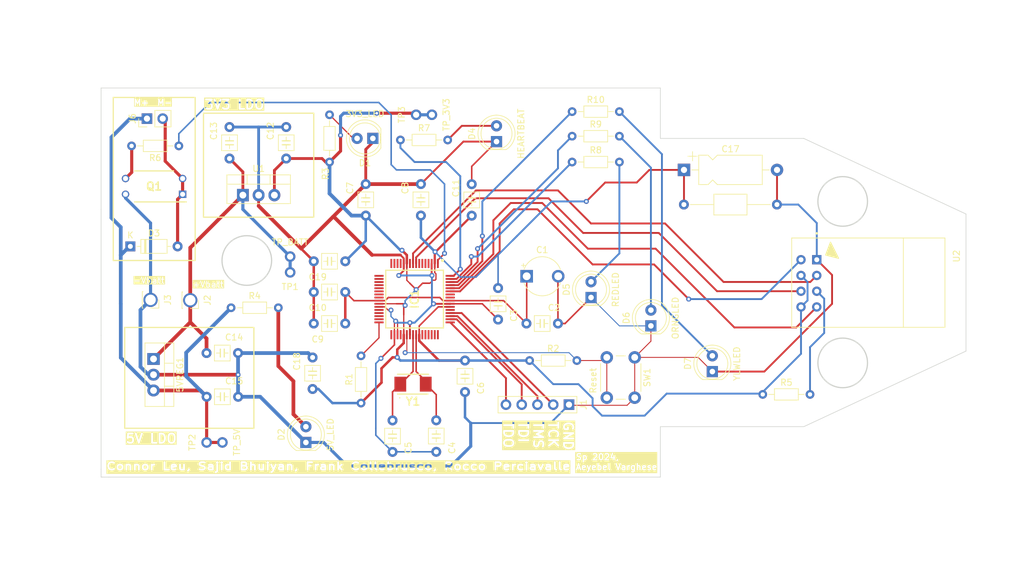
<source format=kicad_pcb>
(kicad_pcb (version 20240108) (generator "pcbnew") (generator_version "8.0")
  (title_block (title "ECE 445L Baseline Project") (date "2023-12-11") (rev "v1.0.0") (company "The University of Texas at Austin"))
  (layers (0 "F.Cu" signal) (31 "B.Cu" signal) (34 "B.Paste" user) (35 "F.Paste" user) (36 "B.SilkS" user "B.Silkscreen") (37 "F.SilkS" user "F.Silkscreen") (38 "B.Mask" user) (39 "F.Mask" user) (44 "Edge.Cuts" user))
  (net 0 "")
  (net 1 "GND")
  (net 2 "+3V3")
  (net 3 "/OSC1")
  (net 4 "/OSC2")
  (net 5 "Net-(D1-A)")
  (net 6 "Net-(D2-A)")
  (net 7 "Net-(D4-A)")
  (net 8 "Net-(D5-A)")
  (net 9 "/WIFI_TXD")
  (net 10 "/WIFI_RXD")
  (net 11 "Net-(D6-A)")
  (net 12 "Net-(D7-A)")
  (net 13 "PWM_OUT")
  (net 16 "/WIFI_IO2")
  (net 24 "+5V")
  (net 29 "/~{WIFI_RST}")
  (net 38 "Net-(IC1-~{WAKE})")
  (net 41 "/Reset")
  (net 48 "/TD0")
  (net 49 "/TDI")
  (net 50 "/TMS")
  (net 51 "/TCK")
  (net 55 "YELLOW")
  (net 56 "ORANGE")
  (net 57 "RED")
  (net 58 "Net-(IC1-PD3)")
  (net 59 "/BATTERYLINE")
  (net 60 "Net-(U2-IO0)")
  (net 61 "Net-(D3-A)")
  (net 62 "Net-(Q1-G)")
  (net 63 "/LDO")
  (footprint "ECE445L:R_Axial_DIN0204_L3.6mm_D1.6mm_P7.62mm_Horizontal" (layer "F.Cu") (at 239.776 118.872)
    (property "Reference" "R10")
    (property "Value" "1.6k")
  )
  (footprint "ECE445L:R_Axial_DIN0204_L3.6mm_D1.6mm_P7.62mm_Horizontal" (layer "F.Cu") (at 232.918 159.004)
    (property "Reference" "R2")
    (property "Value" "10k")
  )
  (footprint "ECE445L:C_Axial_200mil" (layer "F.Cu") (at 222.504 159.004 -90)
    (property "Reference" "C6")
    (property "Value" "1uF")
  )
  (footprint "ECE445L:SW_PUSH_6mm" (layer "F.Cu") (at 249.864 158.496 -90)
    (property "Reference" "SW1")
    (property "Value" "Reset")
  )
  (footprint "ECE445L:R_Axial_DIN0204_L3.6mm_D1.6mm_P7.62mm_Horizontal" (layer "F.Cu") (at 200.66 127 90)
    (property "Reference" "R3")
    (property "Value" "1.6k")
  )
  (footprint "ECE445L:C_Axial_200mil" (layer "F.Cu") (at 223.585 135.65225 90)
    (property "Reference" "C11")
    (property "Value" "0.01uF")
  )
  (footprint "ECE445L:C_Axial_200mil" (layer "F.Cu") (at 203.2 147.955 180)
    (property "Reference" "C10")
    (property "Value" "0.1uF")
  )
  (footprint "ECE445L:C_Axial_200mil" (layer "F.Cu") (at 180.83175 157.799)
    (property "Reference" "C14")
    (property "Value" "0.1u")
  )
  (footprint "ECE445L:C_Axial_200mil" (layer "F.Cu") (at 215.392 135.636 90)
    (property "Reference" "C8")
    (property "Value" "0.01uF")
  )
  (footprint "ECE445L:CP_Radial_Tantal200mil" (layer "F.Cu") (at 232.45 145.415)
    (property "Reference" "C1")
    (property "Value" "2.2uF")
  )
  (footprint "ECE445L:LED_D5.0mm" (layer "F.Cu") (at 252.476 153.416 90)
    (property "Reference" "D6")
    (property "Value" "ORNGLED")
  )
  (footprint "ECE445L:C_Axial_200mil" (layer "F.Cu") (at 210.82 168.656 -90)
    (property "Reference" "C5")
    (property "Value" "10pF C0G")
  )
  (footprint "ECE445L:PinHeader_1x05_P2.54mm_Vertical" (layer "F.Cu") (at 239.268 166.116 -90)
    (property "Reference" "J1")
    (property "Value" "JTAG HEADER")
  )
  (footprint "ECE445L:C_Axial_200mil" (layer "F.Cu") (at 180.848 164.846)
    (property "Reference" "C15")
    (property "Value" "10u")
  )
  (footprint "Connector_PinSocket_2.54mm:PinSocket_1x01_P2.54mm_Vertical" (layer "F.Cu") (at 178.2064 149.2758 -90)
    (property "Reference" "J2")
    (property "Value" "Conn_01x01")
  )
  (footprint "Capacitor_THT:CP_Axial_L10.0mm_D4.5mm_P15.00mm_Horizontal" (layer "F.Cu") (at 257.81 128.27)
    (property "Reference" "C17")
    (property "Value" "4.7uF")
  )
  (footprint "ECE445L:Testpoint_1x02_P2.54mm" (layer "F.Cu") (at 180.848 172.212 90)
    (property "Reference" "TP2")
    (property "Value" "TP_5V")
  )
  (footprint "Package_TO_SOT_THT:TO-220-3_Vertical" (layer "F.Cu") (at 172.283 158.75 -90)
    (property "Reference" "5VREG1")
    (property "Value" "LM7805_TO220")
  )
  (footprint "ECE445L:R_Axial_DIN0204_L3.6mm_D1.6mm_P7.62mm_Horizontal" (layer "F.Cu") (at 239.776 127)
    (property "Reference" "R8")
    (property "Value" "1.6k")
  )
  (footprint "ECE445L:R_Axial_DIN0204_L3.6mm_D1.6mm_P7.62mm_Horizontal" (layer "F.Cu") (at 239.776 122.834)
    (property "Reference" "R9")
    (property "Value" "1.6k")
  )
  (footprint "footprints:ai_thinker_ESP8266_01" (layer "F.Cu") (at 287.528 146.558 -90)
    (property "Reference" "U2")
    (property "Value" "ESP8266-01/ESP-01")
  )
  (footprint "ECE445L:R_Axial_DIN0204_L3.6mm_D1.6mm_P7.62mm_Horizontal" (layer "F.Cu") (at 176.365 124.4 180)
    (property "Reference" "R6")
    (property "Value" "100k")
  )
  (footprint "ECE445L:C_Axial_200mil" (layer "F.Cu") (at 217.867 168.63975 -90)
    (property "Reference" "C4")
    (property "Value" "10pF C0G")
  )
  (footprint "ECE445L:C_Axial_200mil" (layer "F.Cu") (at 227.838 147.32 -90)
    (property "Reference" "C3")
    (property "Value" "0.01uF")
  )
  (footprint "Connector_PinSocket_2.54mm:PinSocket_1x01_P2.54mm_Vertical" (layer "F.Cu") (at 171.8056 149.225 -90)
    (property "Reference" "J3")
    (property "Value" "Conn_01x01")
  )
  (footprint "ECE445L:R_Axial_DIN0204_L3.6mm_D1.6mm_P7.62mm_Horizontal" (layer "F.Cu") (at 212.09 123.444)
    (property "Reference" "R7")
    (property "Value" "1.6k")
  )
  (footprint "ECE445L:DIP920W60P254L490H457Q4N" (layer "F.Cu") (at 172.3706 130.93 180)
    (property "Reference" "Q1")
    (property "Value" "IRLD024PBF" (hide yes))
  )
  (footprint "ECE445L:C_Axial_200mil" (layer "F.Cu") (at 232.41 153.035)
    (property "Reference" "C2")
    (property "Value" "0.1uF")
  )
  (footprint "ECE445L:Testpoint_1x02_P2.54mm" (layer "F.Cu") (at 194.31 144.785 180)
    (property "Reference" "TP1")
    (property "Value" "TP_BATT")
  )
  (footprint "ECE445L:R_Axial_DIN0204_L3.6mm_D1.6mm_P7.62mm_Horizontal" (layer "F.Cu") (at 270.51 164.465)
    (property "Reference" "R5")
    (property "Value" "10k")
  )
  (footprint "ECE445L:R_Axial_DIN0204_L3.6mm_D1.6mm_P7.62mm_Horizontal" (layer "F.Cu") (at 205.74 165.862 90)
    (property "Reference" "R1")
    (property "Value" "1M")
  )
  (footprint "ECE445L:R_Axial_DIN0204_L3.6mm_D1.6mm_P7.62mm_Horizontal" (layer "F.Cu") (at 184.785 150.495)
    (property "Reference" "R4")
    (property "Value" "3.3k")
  )
  (footprint "ECE445L:C_Axial_200mil" (layer "F.Cu") (at 203.2 153.035 180)
    (property "Reference" "C9")
    (property "Value" "1uF")
  )
  (footprint "ECE445L:ABM3" (layer "F.Cu") (at 214.122 162.814)
    (property "Reference" "Y1")
    (property "Value" "ABM3-16.000MHZ-B2-T" (hide yes))
  )
  (footprint "ECE445L:LED_D5.0mm" (layer "F.Cu") (at 242.824 148.844 90)
    (property "Reference" "D5")
    (property "Value" "REDLED")
  )
  (footprint "ECE445L:C_Axial_200mil" (layer "F.Cu") (at 203.2 143.002 180)
    (property "Reference" "C19")
    (property "Value" ".1uF")
  )
  (footprint "ECE445L:QFP50P1200X1200X160-64N" (layer "F.Cu") (at 214.376 149.098 -90)
    (property "Reference" "IC1")
    (property "Value" "TM4C123GH6PMIR" (hide yes))
  )
  (footprint "ECE445L:Testpoint_1x02_P2.54mm" (layer "F.Cu") (at 214.625 119.38 90)
    (property "Reference" "TP3")
    (property "Value" "TP_3V3")
  )
  (footprint "ECE445L:C_Axial_200mil" (layer "F.Cu") (at 184.534 126.4365 90)
    (property "Reference" "C13")
    (property "Value" "0.1u")
  )
  (footprint "ECE445L:LED_D5.0mm" (layer "F.Cu") (at 207.645 123.19 180)
    (property "Reference" "D1")
    (property "Value" "3V3_LED")
  )
  (footprint "Diode_THT:D_DO-35_SOD27_P7.62mm_Horizontal" (layer "F.Cu") (at 168.545 140.6)
    (property "Reference" "D3")
    (property "Value" "1N914")
  )
  (footprint "ECE445L:LED_D5.0mm" (layer "F.Cu") (at 196.85 172.212 90)
    (property "Reference" "D2")
    (property "Value" "5V_LED")
  )
  (footprint "ECE445L:LED_D5.0mm" (layer "F.Cu") (at 262.382 160.782 90)
    (property "Reference" "D7")
    (property "Value" "YLWLED")
  )
  (footprint "Package_TO_SOT_THT:TO-220-3_Vertical" (layer "F.Cu") (at 186.69 132.334)
    (property "Reference" "U1")
    (property "Value" "LM2937xT")
  )
  (footprint "Capacitor_THT:C_Axial_L5.1mm_D3.1mm_P15.00mm_Horizontal" (layer "F.Cu") (at 257.796 133.858)
    (property "Reference" "C16" (hide yes))
    (property "Value" "100nF")
  )
  (footprint "ECE445L:C_Axial_200mil" (layer "F.Cu") (at 193.678 126.4365 90)
    (property "Reference" "C12")
    (property "Value" "10u")
  )
  (footprint "ECE445L:PinHeader_1x02_P2.54mm_Vertical" (layer "F.Cu") (at 171.225 120 90)
    (property "Reference" "J6")
    (property "Value" "MotorOut" (hide yes))
  )
  (footprint "ECE445L:LED_D5.0mm" (layer "F.Cu") (at 227.584 123.703 90)
    (property "Reference" "D4")
    (property "Value" "HEARTBEAT")
  )
  (footprint "ECE445L:C_Axial_200mil" (layer "F.Cu") (at 197.931 163.59225 90)
    (property "Reference" "C18")
    (property "Value" "0.01uF")
  )
  (footprint "ECE445L:C_Axial_200mil" (layer "F.Cu") (at 206.502 135.636 90)
    (property "Reference" "C7")
    (property "Value" "0.1uF")
  )
  (gr_rect (start 180.34 119.126) (end 198.12 135.89) (stroke (width 0.2)) (fill none) (layer "F.SilkS"))
  (gr_poly (pts (xy 280.67 141.986) (xy 281.432 139.954) (xy 282.702 142.494)) (stroke (width 0.2)) (fill solid) (layer "F.SilkS"))
  (gr_rect (start 165.792 116.586) (end 179 142.875) (stroke (width 0.2)) (fill none) (layer "F.SilkS"))
  (gr_rect (start 167.64 153.67) (end 188.468 169.926) (stroke (width 0.2)) (fill none) (layer "F.SilkS"))
  (gr_line (start 163.83 134.62) (end 163.83 154.94) (stroke (width 0.1)) (layer "Edge.Cuts"))
  (gr_line (start 163.83 115.062) (end 254 115.062) (stroke (width 0.1)) (layer "Edge.Cuts"))
  (gr_line (start 303.276 135.382) (end 277.114 123.19) (stroke (width 0.1)) (layer "Edge.Cuts"))
  (gr_circle (center 187.325 142.875) (end 191.325 142.875) (stroke (width 0.2)) (fill none) (layer "Edge.Cuts"))
  (gr_line (start 254 123.19) (end 277.114 123.19) (stroke (width 0.1)) (layer "Edge.Cuts"))
  (gr_line (start 163.83 177.8) (end 164.01 177.8) (stroke (width 0.1)) (layer "Edge.Cuts"))
  (gr_line (start 277.114 169.672) (end 303.276 157.48) (stroke (width 0.1)) (layer "Edge.Cuts"))
  (gr_line (start 163.83 176.53) (end 163.83 177.8) (stroke (width 0.1)) (layer "Edge.Cuts"))
  (gr_circle (center 283.4 133.35) (end 287.4 133.35) (stroke (width 0.2)) (fill none) (layer "Edge.Cuts"))
  (gr_line (start 254 169.672) (end 277.114 169.672) (stroke (width 0.1)) (layer "Edge.Cuts"))
  (gr_line (start 254 169.672) (end 254 177.8) (stroke (width 0.1)) (layer "Edge.Cuts"))
  (gr_line (start 163.83 134.62) (end 163.83 115.062) (stroke (width 0.1)) (layer "Edge.Cuts"))
  (gr_line (start 303.276 135.382) (end 303.276 157.48) (stroke (width 0.1)) (layer "Edge.Cuts"))
  (gr_line (start 254 177.8) (end 165.1 177.8) (stroke (width 0.1)) (layer "Edge.Cuts"))
  (gr_line (start 165.1 177.8) (end 164.01 177.8) (stroke (width 0.1)) (layer "Edge.Cuts"))
  (gr_circle (center 283.4 159.385) (end 287.4 159.385) (stroke (width 0.2)) (fill none) (layer "Edge.Cuts"))
  (gr_line (start 163.83 154.94) (end 163.83 176.53) (stroke (width 0.1)) (layer "Edge.Cuts"))
  (gr_line (start 254 123.19) (end 254 115.062) (stroke (width 0.1)) (layer "Edge.Cuts"))
  (gr_text "Connor Leu, Sajid Bhuiyan, Frank Collebrusco, Rocco Perciavalle" (at 164.5 176.75 0) (layer "F.SilkS" knockout) (effects (font (size 1.2 1.5) (thickness 0.3) (bold yes)) (justify left bottom)))
  (gr_text "+Vbatt" (at 178.435 147.32 0) (layer "F.SilkS" knockout) (effects (font (size 1 1)) (justify left bottom)))
  (gr_text "5V LDO" (at 167.64 172.466 0) (layer "F.SilkS" knockout) (effects (font (size 1.5 1.5) (thickness 0.3) (bold yes)) (justify left bottom)))
  (gr_text "GND\nTCK\nTMS\nTDI\nTDO" (at 228.6 168.656 -90) (layer "F.SilkS" knockout) (effects (font (size 1.5 1.5) (thickness 0.3) (bold yes)) (justify left bottom)))
  (gr_text "Sp 2024,\nAeyebel Varghese" (at 240.25 176.75 0) (layer "F.SilkS" knockout) (effects (font (size 1 1) (thickness 0.2) (bold yes)) (justify left bottom)))
  (gr_text "-Vbatt" (at 168.91 146.685 0) (layer "F.SilkS" knockout) (effects (font (size 1 1)) (justify left bottom)))
  (gr_text "M+	M-" (at 169 118 0) (layer "F.SilkS" knockout) (effects (font (size 1 1) (thickness 0.2) (bold yes)) (justify left bottom)))
  (gr_text "3V3 LDO" (at 180.34 118.618 0) (layer "F.SilkS" knockout) (effects (font (size 1.5 1.5) (thickness 0.3) (bold yes)) (justify left bottom)))
  (segment (start 227.584 123.703) (end 222.245 123.703) (width 0.3) (layer "F.Cu") (net 1))
  (segment (start 217.126 145.244) (end 217.17 145.288) (width 0.3) (layer "F.Cu") (net 1))
  (segment (start 211.126 152.856) (end 211.126 154.836) (width 0.2) (layer "F.Cu") (net 1))
  (segment (start 209.5755 150.348) (end 208.638 150.348) (width 0.2) (layer "F.Cu") (net 1))
  (segment (start 212.626 143.36) (end 212.626 142.522) (width 0.3) (layer "F.Cu") (net 1))
  (segment (start 217.424 149.86) (end 220.102 149.86) (width 0.3) (layer "F.Cu") (net 1))
  (segment (start 237.49 153.035) (end 237.49 145.455) (width 0.25) (layer "F.Cu") (net 1))
  (segment (start 249.864 164.996) (end 248.639 166.221) (width 0.15) (layer "F.Cu") (net 1))
  (segment (start 212.626 142.522) (end 212.09 141.986) (width 0.3) (layer "F.Cu") (net 1))
  (segment (start 208.95 158.65) (end 211.126 156.474) (width 0.25) (layer "F.Cu") (net 1))
  (segment (start 227.838 152.4) (end 225.286 149.848) (width 0.25) (layer "F.Cu") (net 1))
  (segment (start 207.518 141.986) (end 201.417 135.885) (width 0.6) (layer "F.Cu") (net 1))
  (segment (start 220.102 149.86) (end 220.114 149.848) (width 0.3) (layer "F.Cu") (net 1))
  (segment (start 198.12 143.002) (end 198.12 153.035) (width 0.4) (layer "F.Cu") (net 1))
  (segment (start 196.10425 140.95375) (end 196.10425 140.98625) (width 0.4) (layer "F.Cu") (net 1))
  (segment (start 237.49 145.455) (end 237.53 145.415) (width 0.25) (layer "F.Cu") (net 1))
  (segment (start 172.283 161.29) (end 185.91175 161.29) (width 0.6) (layer "F.Cu") (net 1))
  (segment (start 189.23 132.334) (end 189.23 134.0795) (width 0.45) (layer "F.Cu") (net 1))
  (segment (start 225.286 149.848) (end 220.114 149.848) (width 0.25) (layer "F.Cu") (net 1))
  (segment (start 189.23 134.0795) (end 196.10425 140.95375) (width 0.6) (layer "F.Cu") (net 1))
  (segment (start 206.502 130.556) (end 215.392 130.556) (width 0.6) (layer "F.Cu") (net 1))
  (segment (start 248.639 166.221) (end 239.373 166.221) (width 0.15) (layer "F.Cu") (net 1))
  (segment (start 211.126 156.474) (end 211.126 154.836) (width 0.25) (layer "F.Cu") (net 1))
  (segment (start 272.81 133.844) (end 272.796 133.858) (width 0.3) (layer "F.Cu") (net 1))
  (segment (start 211.626 152.952) (end 211.626 154.836) (width 0.2) (layer "F.Cu") (net 1))
  (segment (start 223.585 127.702) (end 227.584 123.703) (width 0.25) (layer "F.Cu") (net 1))
  (segment (start 239.373 166.221) (end 239.268 166.116) (width 0.15) (layer "F.Cu") (net 1))
  (segment (start 223.585 130.57225) (end 223.585 127.702) (width 0.25) (layer "F.Cu") (net 1))
  (segment (start 262.382 160.782) (end 270.764 160.782) (width 0.3) (layer "F.Cu") (net 1))
  (segment (start 249.864 158.496) (end 249.864 164.996) (width 0.15) (layer "F.Cu") (net 1))
  (segment (start 217.126 143.36) (end 217.126 145.244) (width 0.3) (layer "F.Cu") (net 1))
  (segment (start 237.49 153.035) (end 238.633 153.035) (width 0.25) (layer "F.Cu") (net 1))
  (segment (start 207.645 123.19) (end 207.645 123.825) (width 0.45) (layer "F.Cu") (net 1))
  (segment (start 238.633 153.035) (end 242.824 148.844) (width 0.25) (layer "F.Cu") (net 1))
  (segment (start 270.764 160.782) (end 281.686 149.86) (width 0.3) (layer "F.Cu") (net 1))
  (segment (start 281.686 145.216) (end 279.218 142.748) (width 0.3) (layer "F.Cu") (net 1))
  (segment (start 212.626 143.36) (end 212.626 144.498) (width 0.3) (layer "F.Cu") (net 1))
  (segment (start 211.328 152.654) (end 211.626 152.952) (width 0.2) (layer "F.Cu") (net 1))
  (segment (start 211.328 152.654) (end 211.126 152.856) (width 0.2) (layer "F.Cu") (net 1))
  (segment (start 210.1035 150.876) (end 209.5755 150.348) (width 0.2) (layer "F.Cu") (net 1))
  (segment (start 196.10425 140.98625) (end 198.12 143.002) (width 0.4) (layer "F.Cu") (net 1))
  (segment (start 201.173 135.885) (end 206.502 130.556) (width 0.6) (layer "F.Cu") (net 1))
  (segment (start 252.476 155.884) (end 252.476 153.416) (width 0.15) (layer "F.Cu") (net 1))
  (segment (start 213.614 152.908) (end 213.614 154.824) (width 0.3) (layer "F.Cu") (net 1))
  (segment (start 207.645 123.825) (end 206.502 124.968) (width 0.45) (layer "F.Cu") (net 1))
  (segment (start 213.614 154.824) (end 213.626 154.836) (width 0.3) (layer "F.Cu") (net 1))
  (segment (start 196.10425 140.95375) (end 201.173 135.885) (width 0.6) (layer "F.Cu") (net 1))
  (segment (start 212.09 141.986) (end 207.518 141.986) (width 0.45) (layer "F.Cu") (net 1))
  (segment (start 212.626 144.498) (end 211.836 145.288) (width 0.3) (layer "F.Cu") (net 1))
  (segment (start 249.864 158.496) (end 252.476 155.884) (width 0.15) (layer "F.Cu") (net 1))
  (segment (start 206.502 124.968) (end 206.502 130.556) (width 0.45) (layer "F.Cu") (net 1))
  (segment (start 210.566 150.876) (end 210.1035 150.876) (width 0.2) (layer "F.Cu") (net 1))
  (segment (start 272.81 128.27) (end 272.81 133.844) (width 0.3) (layer "F.Cu") (net 1))
  (segment (start 249.864 158.496) (end 260.096 158.496) (width 0.15) (layer "F.Cu") (net 1))
  (segment (start 260.096 158.496) (end 262.382 160.782) (width 0.15) (layer "F.Cu") (net 1))
  (segment (start 281.686 149.86) (end 281.686 145.216) (width 0.3) (layer "F.Cu") (net 1))
  (segment (start 222.245 123.703) (end 215.392 130.556) (width 0.3) (layer "F.Cu") (net 1))
  (via (at 211.836 145.288) (size 0.8) (drill 0.4) (layers "F.Cu" "B.Cu") (net 1))
  (via (at 210.566 150.876) (size 0.8) (drill 0.4) (layers "F.Cu" "B.Cu") (net 1))
  (via (at 211.328 152.654) (size 0.8) (drill 0.4) (layers "F.Cu" "B.Cu") (net 1))
  (via (at 217.17 145.288) (size 0.8) (drill 0.4) (layers "F.Cu" "B.Cu") (net 1))
  (via (at 185.91175 161.29) (size 0.8) (drill 0.4) (layers "F.Cu" "B.Cu") (net 1))
  (via (at 208.95 158.65) (size 0.8) (drill 0.4) (layers "F.Cu" "B.Cu") (net 1))
  (via (at 217.424 149.86) (size 0.8) (drill 0.4) (layers "F.Cu" "B.Cu") (net 1))
  (via (at 213.614 152.908) (size 0.8) (drill 0.4) (layers "F.Cu" "B.Cu") (net 1))
  (segment (start 185.928 164.846) (end 189.484 164.846) (width 0.6) (layer "B.Cu") (net 1))
  (segment (start 189.23 121.3565) (end 184.534 121.3565) (width 0.45) (layer "B.Cu") (net 1))
  (segment (start 210.82 173.736) (end 208.125 171.041) (width 0.25) (layer "B.Cu") (net 1))
  (segment (start 189.484 164.846) (end 196.85 172.212) (width 0.6) (layer "B.Cu") (net 1))
  (segment (start 171.45 161.29) (end 172.283 161.29) (width 0.45) (layer "B.Cu") (net 1))
  (segment (start 185.91175 157.799) (end 197.21775 157.799) (width 0.6) (layer "B.Cu") (net 1))
  (segment (start 214.376 152.908) (end 214.122 152.908) (width 0.3) (layer "B.Cu") (net 1))
  (segment (start 236.30125 169.08275) (end 239.268 166.116) (width 0.3) (layer "B.Cu") (net 1))
  (segment (start 208.125 169.925) (end 208.125 159.475) (width 0.25) (layer "B.Cu") (net 1))
  (segment (start 193.678 121.3565) (end 189.23 121.3565) (width 0.45) (layer "B.Cu") (net 1))
  (segment (start 214.122 152.908) (end 211.582 152.908) (width 0.3) (layer "B.Cu") (net 1))
  (segment (start 247.396 153.416) (end 242.824 148.844) (width 0.15) (layer "B.Cu") (net 1))
  (segment (start 170.18 160.02) (end 171.45 161.29) (width 0.6) (layer "B.Cu") (net 1))
  (segment (start 196.342 172.72) (end 196.85 172.212) (width 0.6) (layer "B.Cu") (net 1))
  (segment (start 222.504 168.16175) (end 222.504 164.084) (width 0.4) (layer "B.Cu") (net 1))
  (segment (start 217.17 145.288) (end 217.17 149.606) (width 0.3) (layer "B.Cu") (net 1))
  (segment (start 197.21775 157.799) (end 197.931 158.51225) (width 0.6) (layer "B.Cu") (net 1))
  (segment (start 189.23 132.334) (end 189.23 121.3565) (width 0.45) (layer "B.Cu") (net 1))
  (segment (start 210.566 151.892) (end 210.566 150.876) (width 0.2) (layer "B.Cu") (net 1))
  (segment (start 223.425 169.08275) (end 236.30125 169.08275) (width 0.3) (layer "B.Cu") (net 1))
  (segment (start 217.424 149.86) (end 214.376 152.908) (width 0.3) (layer "B.Cu") (net 1))
  (segment (start 171.8056 149.225) (end 171.704 149.1234) (width 0.6) (layer "B.Cu") (net 1))
  (segment (start 211.328 152.654) (end 210.566 151.892) (width 0.2) (layer "B.Cu") (net 1))
  (segment (start 210.83625 173.71975) (end 210.82 173.736) (width 0.25) (layer "B.Cu") (net 1))
  (segment (start 167.7686 132.2) (end 167.7686 132.8036) (width 0.5) (layer "B.Cu") (net 1))
  (segment (start 203.5 176) (end 220.25 176) (width 0.5) (layer "B.Cu") (net 1))
  (segment (start 217.867 173.71975) (end 210.83625 173.71975) (width 0.25) (layer "B.Cu") (net 1))
  (segment (start 171.8056 149.225) (end 170.18 150.8506) (width 0.6) (layer "B.Cu") (net 1))
  (segment (start 211.582 152.908) (end 211.328 152.654) (width 0.3) (layer "B.Cu") (net 1))
  (segment (start 185.91175 157.799) (end 185.91175 161.29) (width 0.6) (layer "B.Cu") (net 1))
  (segment (start 279.218 142.748) (end 279.218 136.834) (width 0.3) (layer "B.Cu") (net 1))
  (segment (start 223.425 169.08275) (end 222.504 168.16175) (width 0.4) (layer "B.Cu") (net 1))
  (segment (start 208.125 171.041) (end 208.125 169.925) (width 0.25) (layer "B.Cu") (net 1))
  (segment (start 196.85 172.212) (end 199.712 172.212) (width 0.5) (layer "B.Cu") (net 1))
  (segment (start 272.796 133.858) (end 276.242 133.858) (width 0.3) (layer "B.Cu") (net 1))
  (segment (start 217.85075 173.736) (end 217.867 173.71975) (width 0.4) (layer "B.Cu") (net 1))
  (segment (start 220.25 176) (end 223.425 172.825) (width 0.5) (layer "B.Cu") (net 1))
  (segment (start 170.18 150.8506) (end 170.18 160.02) (width 0.6) (layer "B.Cu") (net 1))
  (segment (start 214.122 152.908) (end 213.614 152.908) (width 0.3) (layer "B.Cu") (net 1))
  (segment (start 252.476 153.416) (end 247.396 153.416) (width 0.15) (layer "B.Cu") (net 1))
  (segment (start 211.836 145.288) (end 217.17 145.288) (width 0.3) (layer "B.Cu") (net 1))
  (segment (start 199.712 172.212) (end 203.5 176) (width 0.5) (layer "B.Cu") (net 1))
  (segment (start 171.8056 136.8406) (end 171.8056 149.225) (width 0.5) (layer "B.Cu") (net 1))
  (segment (start 185.91175 161.29) (end 185.91175 164.82975) (width 0.6) (layer "B.Cu") (net 1))
  (segment (start 208.125 159.475) (end 208.95 158.65) (width 0.25) (layer "B.Cu") (net 1))
  (segment (start 185.91175 164.82975) (end 185.928 164.846) (width 0.6) (layer "B.Cu") (net 1))
  (segment (start 167.7686 132.8036) (end 171.8056 136.8406) (width 0.5) (layer "B.Cu") (net 1))
  (segment (start 223.425 172.825) (end 223.425 169.08275) (width 0.5) (layer "B.Cu") (net 1))
  (segment (start 276.242 133.858) (end 279.218 136.834) (width 0.3) (layer "B.Cu") (net 1))
  (segment (start 217.17 149.606) (end 217.424 149.86) (width 0.3) (layer "B.Cu") (net 1))
  (segment (start 215.126 155.8235) (end 215.126 154.836) (width 0.4) (layer "F.Cu") (net 2))
  (segment (start 222.504 159.004) (end 218.3065 159.004) (width 0.4) (layer "F.Cu") (net 2))
  (segment (start 217.678 141.478) (end 217.626 141.53) (width 0.35) (layer "F.Cu") (net 2))
  (segment (start 220.114 150.348) (end 218.194 150.348) (width 0.25) (layer "F.Cu") (net 2))
  (segment (start 217.678 146.05) (end 217.82 145.908) (width 0.2) (layer "F.Cu") (net 2))
  (segment (start 209.042 162.56) (end 209.042 160.274) (width 0.4) (layer "F.Cu") (net 2))
  (segment (start 217.327239 146.05) (end 217.678 146.05) (width 0.2) (layer "F.Cu") (net 2))
  (segment (start 213.126 145.542) (end 213.126 143.36) (width 0.2) (layer "F.Cu") (net 2))
  (segment (start 213.126 146.07) (end 213.126 145.542) (width 0.2) (layer "F.Cu") (net 2))
  (segment (start 202.438 125.222) (end 202.438 122.682) (width 0.5) (layer "F.Cu") (net 2))
  (segment (start 245.11 130.302) (end 242.062 133.35) (width 0.3) (layer "F.Cu") (net 2))
  (segment (start 208.638 149.848) (end 211.467 149.848) (width 0.2) (layer "F.Cu") (net 2))
  (segment (start 213.594 146.538) (end 214.63 147.574) (width 0.25) (layer "F.Cu") (net 2))
  (segment (start 215.126 154.836) (end 215.126 153.416) (width 0.25) (layer "F.Cu") (net 2))
  (segment (start 216.839239 146.538) (end 217.327239 146.05) (width 0.2) (layer "F.Cu") (net 2))
  (segment (start 212.626 154.836) (end 212.626 151.598) (width 0.2) (layer "F.Cu") (net 2))
  (segment (start 210.82 158.496) (end 211.582 158.496) (width 0.4) (layer "F.Cu") (net 2))
  (segment (start 200.025 127) (end 199.4615 126.4365) (width 0.45) (layer "F.Cu") (net 2))
  (segment (start 212.626 150.34) (end 212.852 150.114) (width 0.25) (layer "F.Cu") (net 2))
  (segment (start 215.666 146.538) (end 216.839239 146.538) (width 0.25) (layer "F.Cu") (net 2))
  (segment (start 212.626 151.598) (end 212.626 150.34) (width 0.25) (layer "F.Cu") (net 2))
  (segment (start 199.4615 126.4365) (end 193.678 126.4365) (width 0.45) (layer "F.Cu") (net 2))
  (segment (start 257.81 133.844) (end 257.796 133.858) (width 0.3) (layer "F.Cu") (net 2))
  (segment (start 211.582 157.226) (end 212.626 156.182) (width 0.4) (layer "F.Cu") (net 2))
  (segment (start 209.042 160.274) (end 210.82 158.496) (width 0.4) (layer "F.Cu") (net 2))
  (segment (start 217.82 145.908) (end 217.82 145.018761) (width 0.2) (layer "F.Cu") (net 2))
  (segment (start 250.19 130.302) (end 245.11 130.302) (width 0.3) (layer "F.Cu") (net 2))
  (segment (start 205.74 165.862) (end 209.042 162.56) (width 0.4) (layer "F.Cu") (net 2))
  (segment (start 214.63 147.574) (end 215.666 146.538) (width 0.25) (layer "F.Cu") (net 2))
  (segment (start 217.82 145.018761) (end 217.626 144.824761) (width 0.2) (layer "F.Cu") (net 2))
  (segment (start 218.194 150.348) (end 215.126 153.416) (width 0.25) (layer "F.Cu") (net 2))
  (segment (start 211.467 149.848) (end 212.586 149.848) (width 0.25) (layer "F.Cu") (net 2))
  (segment (start 191.77 132.334) (end 191.77 128.3445) (width 0.45) (layer "F.Cu") (net 2))
  (segment (start 211.582 158.496) (end 211.582 157.226) (width 0.4) (layer "F.Cu") (net 2))
  (segment (start 200.66 127) (end 202.438 125.222) (width 0.5) (layer "F.Cu") (net 2))
  (segment (start 218.3065 159.004) (end 215.126 155.8235) (width 0.4) (layer "F.Cu") (net 2))
  (segment (start 212.586 149.848) (end 212.852 150.114) (width 0.25) (layer "F.Cu") (net 2))
  (segment (start 208.28 119.126) (end 214.371 119.126) (width 0.5) (layer "F.Cu") (net 2))
  (segment (start 223.585 135.65225) (end 217.75925 141.478) (width 0.35) (layer "F.Cu") (net 2))
  (segment (start 257.81 128.27) (end 257.81 133.844) (width 0.3) (layer "F.Cu") (net 2))
  (segment (start 252.222 128.27) (end 250.19 130.302) (width 0.3) (layer "F.Cu") (net 2))
  (segment (start 212.626 156.182) (end 212.626 154.836) (width 0.4) (layer "F.Cu") (net 2))
  (segment (start 213.594 146.538) (end 213.126 146.07) (width 0.2) (layer "F.Cu") (net 2))
  (segment (start 213.126 143.36) (end 213.126 142.006) (width 0.4) (layer "F.Cu") (net 2))
  (segment (start 217.75925 141.478) (end 217.678 141.478) (width 0.25) (layer "F.Cu") (net 2))
  (segment (start 191.77 128.3445) (end 193.678 126.4365) (width 0.45) (layer "F.Cu") (net 2))
  (segment (start 213.126 142.006) (end 212.344 141.224) (width 0.4) (layer "F.Cu") (net 2))
  (segment (start 217.626 144.824761) (end 217.626 143.36) (width 0.2) (layer "F.Cu") (net 2))
  (segment (start 217.626 141.53) (end 217.626 143.36) (width 0.35) (layer "F.Cu") (net 2))
  (segment (start 257.81 128.27) (end 252.222 128.27) (width 0.3) (layer "F.Cu") (net 2))
  (segment (start 200.66 127) (end 200.025 127) (width 0.45) (layer "F.Cu") (net 2))
  (segment (start 214.371 119.126) (end 214.625 119.38) (width 0.5) (layer "F.Cu") (net 2))
  (via (at 217.678 141.478) (size 0.8) (drill 0.4) (layers "F.Cu" "B.Cu") (net 2))
  (via (at 211.582 158.496) (size 0.8) (drill 0.4) (layers "F.Cu" "B.Cu") (net 2))
  (via (at 202.438 122.682) (size 0.8) (drill 0.4) (layers "F.Cu" "B.Cu") (net 2))
  (via (at 212.852 150.114) (size 0.8) (drill 0.4) (layers "F.Cu" "B.Cu") (net 2))
  (via (at 208.28 119.126) (size 0.8) (drill 0.4) (layers "F.Cu" "B.Cu") (net 2))
  (via (at 212.344 141.224) (size 0.8) (drill 0.4) (layers "F.Cu" "B.Cu") (net 2))
  (via (at 242.062 133.35) (size 0.8) (drill 0.4) (layers "F.Cu" "B.Cu") (net 2))
  (via (at 214.63 147.574) (size 0.8) (drill 0.4) (layers "F.Cu" "B.Cu") (net 2))
  (segment (start 205.74 165.862) (end 201.1355 165.862) (width 0.4) (layer "B.Cu") (net 2))
  (segment (start 212.09 141.224) (end 206.502 135.636) (width 0.4) (layer "B.Cu") (net 2))
  (segment (start 224.86825 144.95575) (end 224.282 145.542) (width 0.25) (layer "B.Cu") (net 2))
  (segment (start 224.86825 144.947) (end 224.86825 144.95575) (width 0.25) (layer "B.Cu") (net 2))
  (segment (start 202.438 122.682) (end 202.438 119.634) (width 0.5) (layer "B.Cu") (net 2))
  (segment (start 211.582 158.496) (end 212.09 159.004) (width 0.4) (layer "B.Cu") (net 2))
  (segment (start 244.602 167.894) (end 243.078 166.37) (width 0.3) (layer "B.Cu") (net 2))
  (segment (start 221.742 145.542) (end 217.678 141.478) (width 0.25) (layer "B.Cu") (net 2))
  (segment (start 277.728 149.318) (end 276.678 150.368) (width 0.3) (layer "B.Cu") (net 2))
  (segment (start 198.86575 163.59225) (end 197.931 163.59225) (width 0.4) (layer "B.Cu") (net 2))
  (segment (start 227.838 141.97725) (end 230.881625 138.933625) (width 0.25) (layer "B.Cu") (net 2))
  (segment (start 215.392 139.192) (end 217.678 141.478) (width 0.4) (layer "B.Cu") (net 2))
  (segment (start 240.792 162.814) (end 236.728 162.814) (width 0.3) (layer "B.Cu") (net 2))
  (segment (start 212.344 141.224) (end 212.09 141.224) (width 0.4) (layer "B.Cu") (net 2))
  (segment (start 230.18025 139.635) (end 224.86825 144.947) (width 0.25) (layer "B.Cu") (net 2))
  (segment (start 214.625 119.38) (end 217.165 119.38) (width 0.5) (layer "B.Cu") (net 2))
  (segment (start 212.852 149.352) (end 214.63 147.574) (width 0.25) (layer "B.Cu") (net 2))
  (segment (start 227.838 147.32) (end 227.838 141.97725) (width 0.25) (layer "B.Cu") (net 2))
  (segment (start 270.383 164.338) (end 255.016 164.338) (width 0.3) (layer "B.Cu") (net 2))
  (segment (start 224.282 145.542) (end 221.742 145.542) (width 0.25) (layer "B.Cu") (net 2))
  (segment (start 251.46 167.894) (end 244.602 167.894) (width 0.3) (layer "B.Cu") (net 2))
  (segment (start 212.09 159.004) (end 232.918 159.004) (width 0.4) (layer "B.Cu") (net 2))
  (segment (start 243.078 166.37) (end 243.078 165.1) (width 0.3) (layer "B.Cu") (net 2))
  (segment (start 270.51 164.465) (end 270.383 164.338) (width 0.3) (layer "B.Cu") (net 2))
  (segment (start 215.392 135.636) (end 215.392 139.192) (width 0.4) (layer "B.Cu") (net 2))
  (segment (start 270.51 164.084) (end 270.51 164.465) (width 0.3) (layer "B.Cu") (net 2))
  (segment (start 204.216 135.636) (end 200.66 132.08) (width 0.6) (layer "B.Cu") (net 2))
  (segment (start 236.46525 133.35) (end 230.881625 138.933625) (width 0.3) (layer "B.Cu") (net 2))
  (segment (start 200.66 132.08) (end 200.66 127) (width 0.6) (layer "B.Cu") (net 2))
  (segment (start 276.678 150.368) (end 276.678 157.916) (width 0.3) (layer "B.Cu") (net 2))
  (segment (start 230.881625 138.933625) (end 230.18025 139.635) (width 0.3) (layer "B.Cu") (net 2))
  (segment (start 206.502 135.636) (end 206.502 139.7) (width 0.4) (layer "B.Cu") (net 2))
  (segment (start 276.678 157.916) (end 270.51 164.084) (width 0.3) (layer "B.Cu") (net 2))
  (segment (start 255.016 164.338) (end 251.46 167.894) (width 0.3) (layer "B.Cu") (net 2))
  (segment (start 206.502 135.636) (end 204.216 135.636) (width 0.6) (layer "B.Cu") (net 2))
  (segment (start 202.438 119.634) (end 202.946 119.126) (width 0.5) (layer "B.Cu") (net 2))
  (segment (start 242.062 133.35) (end 236.46525 133.35) (width 0.3) (layer "B.Cu") (net 2))
  (segment (start 212.852 150.114) (end 212.852 149.352) (width 0.25) (layer "B.Cu") (net 2))
  (segment (start 236.728 162.814) (end 232.918 159.004) (width 0.3) (layer "B.Cu") (net 2))
  (segment (start 276.678 145.288) (end 277.728 146.338) (width 0.3) (layer "B.Cu") (net 2))
  (segment (start 277.728 146.338) (end 277.728 149.318) (width 0.3) (layer "B.Cu") (net 2))
  (segment (start 201.1355 165.862) (end 198.86575 163.59225) (width 0.4) (layer "B.Cu") (net 2))
  (segment (start 243.078 165.1) (end 240.792 162.814) (width 0.3) (layer "B.Cu") (net 2))
  (segment (start 202.946 119.126) (end 208.28 119.126) (width 0.5) (layer "B.Cu") (net 2))
  (segment (start 206.502 139.7) (end 203.2 143.002) (width 0.4) (layer "B.Cu") (net 2))
  (segment (start 216.172 162.814) (end 216.172 162.324) (width 0.25) (layer "F.Cu") (net 3))
  (segment (start 216.172 162.324) (end 214.626 160.778) (width 0.25) (layer "F.Cu") (net 3))
  (segment (start 214.626 160.778) (end 214.626 154.836) (width 0.25) (layer "F.Cu") (net 3))
  (segment (start 217.867 168.63975) (end 217.867 164.509) (width 0.25) (layer "F.Cu") (net 3))
  (segment (start 217.867 164.509) (end 216.172 162.814) (width 0.25) (layer "F.Cu") (net 3))
  (segment (start 214.126 160.76) (end 214.126 154.836) (width 0.25) (layer "F.Cu") (net 4))
  (segment (start 212.072 162.814) (end 214.126 160.76) (width 0.25) (layer "F.Cu") (net 4))
  (segment (start 210.82 168.656) (end 210.82 164.066) (width 0.25) (layer "F.Cu") (net 4))
  (segment (start 210.82 164.066) (end 212.072 162.814) (width 0.25) (layer "F.Cu") (net 4))
  (segment (start 200.66 119.38) (end 204.47 123.19) (width 0.2) (layer "F.Cu") (net 5))
  (segment (start 204.47 123.19) (end 205.105 123.19) (width 0.2) (layer "F.Cu") (net 5))
  (segment (start 194.838 167.66) (end 196.85 169.672) (width 0.6) (layer "F.Cu") (net 6))
  (segment (start 192.405 159.893) (end 194.838 162.326) (width 0.6) (layer "F.Cu") (net 6))
  (segment (start 192.405 150.495) (end 192.405 159.893) (width 0.6) (layer "F.Cu") (net 6))
  (segment (start 194.838 162.326) (end 194.838 167.66) (width 0.6) (layer "F.Cu") (net 6))
  (segment (start 221.991 121.163) (end 227.584 121.163) (width 0.3) (layer "F.Cu") (net 7))
  (segment (start 219.71 123.444) (end 221.991 121.163) (width 0.3) (layer "F.Cu") (net 7))
  (segment (start 247.396 141.732) (end 242.824 146.304) (width 0.3) (layer "B.Cu") (net 8))
  (segment (start 247.396 127) (end 247.396 141.732) (width 0.3) (layer "B.Cu") (net 8))
  (segment (start 230.378 134.62) (end 234.188 134.62) (width 0.3) (layer "F.Cu") (net 9))
  (segment (start 220.114 147.848) (end 221.701534 147.848) (width 0.3) (layer "F.Cu") (net 9))
  (segment (start 221.701534 147.848) (end 228.092 141.457534) (width 0.3) (layer "F.Cu") (net 9))
  (segment (start 243.078 143.51) (end 252.984 143.51) (width 0.3) (layer "F.Cu") (net 9))
  (segment (start 228.092 136.906) (end 230.378 134.62) (width 0.3) (layer "F.Cu") (net 9))
  (segment (start 234.188 134.62) (end 243.078 143.51) (width 0.3) (layer "F.Cu") (net 9))
  (segment (start 228.092 141.457534) (end 228.092 136.906) (width 0.3) (layer "F.Cu") (net 9))
  (segment (start 252.984 143.51) (end 258.572 149.098) (width 0.3) (layer "F.Cu") (net 9))
  (via (at 258.572 149.098) (size 0.8) (drill 0.4) (layers "F.Cu" "B.Cu") (net 9))
  (segment (start 270.328 149.098) (end 276.678 142.748) (width 0.3) (layer "B.Cu") (net 9))
  (segment (start 258.572 149.098) (end 270.328 149.098) (width 0.3) (layer "B.Cu") (net 9))
  (segment (start 229.87 133.604) (end 234.95 133.604) (width 0.3) (layer "F.Cu") (net 10))
  (segment (start 242.316 140.97) (end 253.238 140.97) (width 0.3) (layer "F.Cu") (net 10))
  (segment (start 227.076 136.398) (end 229.87 133.604) (width 0.3) (layer "F.Cu") (net 10))
  (segment (start 234.95 133.604) (end 242.316 140.97) (width 0.3) (layer "F.Cu") (net 10))
  (segment (start 220.114 147.348) (end 221.565138 147.348) (width 0.3) (layer "F.Cu") (net 10))
  (segment (start 275.916 153.67) (end 279.218 150.368) (width 0.3) (layer "F.Cu") (net 10))
  (segment (start 265.938 153.67) (end 275.916 153.67) (width 0.3) (layer "F.Cu") (net 10))
  (segment (start 227.076 141.837138) (end 227.076 136.398) (width 0.3) (layer "F.Cu") (net 10))
  (segment (start 253.238 140.97) (end 265.938 153.67) (width 0.3) (layer "F.Cu") (net 10))
  (segment (start 221.565138 147.348) (end 227.076 141.837138) (width 0.3) (layer "F.Cu") (net 10))
  (segment (start 252.476 127.914) (end 252.476 150.876) (width 0.3) (layer "B.Cu") (net 11))
  (segment (start 247.396 122.834) (end 252.476 127.914) (width 0.3) (layer "B.Cu") (net 11))
  (segment (start 254.254 125.73) (end 254.254 150.114) (width 0.3) (layer "B.Cu") (net 12))
  (segment (start 254.254 150.114) (end 262.382 158.242) (width 0.3) (layer "B.Cu") (net 12))
  (segment (start 247.396 118.872) (end 254.254 125.73) (width 0.3) (layer "B.Cu") (net 12))
  (segment (start 218.126 143.36) (end 218.126 142.808) (width 0.25) (layer "F.Cu") (net 13))
  (segment (start 218.126 142.808) (end 219.202 141.732) (width 0.25) (layer "F.Cu") (net 13))
  (via (at 219.202 141.732) (size 0.8) (drill 0.4) (layers "F.Cu" "B.Cu") (net 13))
  (segment (start 219.202 141.732) (end 219.202 130.556) (width 0.25) (layer "B.Cu") (net 13))
  (segment (start 208.6 117.4) (end 181.4 117.4) (width 0.25) (layer "B.Cu") (net 13))
  (segment (start 176.365 123) (end 176.365 124.4) (width 0.25) (layer "B.Cu") (net 13))
  (segment (start 181.4 117.4) (end 176.365 122.435) (width 0.25) (layer "B.Cu") (net 13))
  (segment (start 176.365 122.435) (end 176.365 123) (width 0.25) (layer "B.Cu") (net 13))
  (segment (start 216.916 128.27) (end 211.455 128.27) (width 0.25) (layer "B.Cu") (net 13))
  (segment (start 210.6 127.415) (end 210.6 119.4) (width 0.25) (layer "B.Cu") (net 13))
  (segment (start 210.6 119.4) (end 208.6 117.4) (width 0.25) (layer "B.Cu") (net 13))
  (segment (start 211.455 128.27) (end 210.6 127.415) (width 0.25) (layer "B.Cu") (net 13))
  (segment (start 219.202 130.556) (end 216.916 128.27) (width 0.25) (layer "B.Cu") (net 13))
  (segment (start 264.194 146.338) (end 254.762 136.906) (width 0.3) (layer "F.Cu") (net 16))
  (segment (start 237.49 131.572) (end 224.282 131.572) (width 0.3) (layer "F.Cu") (net 16))
  (segment (start 254.762 136.906) (end 242.824 136.906) (width 0.3) (layer "F.Cu") (net 16))
  (segment (start 279.218 145.288) (end 278.168 146.338) (width 0.3) (layer "F.Cu") (net 16))
  (segment (start 214.126 141.728) (end 214.126 143.36) (width 0.3) (layer "F.Cu") (net 16))
  (segment (start 278.168 146.338) (end 264.194 146.338) (width 0.3) (layer "F.Cu") (net 16))
  (segment (start 224.282 131.572) (end 214.126 141.728) (width 0.3) (layer "F.Cu") (net 16))
  (segment (start 242.824 136.906) (end 237.49 131.572) (width 0.3) (layer "F.Cu") (net 16))
  (segment (start 179.832 163.83) (end 180.848 164.846) (width 0.6) (layer "F.Cu") (net 24))
  (segment (start 183.388 172.212) (end 180.848 172.212) (width 0.5) (layer "F.Cu") (net 24))
  (segment (start 172.283 163.83) (end 179.832 163.83) (width 0.6) (layer "F.Cu") (net 24))
  (segment (start 180.848 172.212) (end 180.848 164.846) (width 0.5) (layer "F.Cu") (net 24))
  (segment (start 177.546 157.734) (end 177.546 161.544) (width 0.6) (layer "B.Cu") (net 24))
  (segment (start 168.4 140.6) (end 167 142) (width 0.6) (layer "B.Cu") (net 24))
  (segment (start 168.545 140.6) (end 168.4 140.6) (width 0.6) (layer "B.Cu") (net 24))
  (segment (start 184.785 150.495) (end 177.546 157.734) (width 0.6) (layer "B.Cu") (net 24))
  (segment (start 167 137.5) (end 165.5 136) (width 0.6) (layer "B.Cu") (net 24))
  (segment (start 165.5 123) (end 168.5 120) (width 0.6) (layer "B.Cu") (net 24))
  (segment (start 167.005 158.552) (end 167.005 149.86) (width 0.6) (layer "B.Cu") (net 24))
  (segment (start 177.546 161.544) (end 180.848 164.846) (width 0.6) (layer "B.Cu") (net 24))
  (segment (start 167 142) (end 167 137.5) (width 0.6) (layer "B.Cu") (net 24))
  (segment (start 165.5 136) (end 165.5 123) (width 0.6) (layer "B.Cu") (net 24))
  (segment (start 167 149.855) (end 167.005 149.86) (width 0.5) (layer "B.Cu") (net 24))
  (segment (start 167 142) (end 167 149.855) (width 0.6) (layer "B.Cu") (net 24))
  (segment (start 168.5 120) (end 171.225 120) (width 0.6) (layer "B.Cu") (net 24))
  (segment (start 172.283 163.83) (end 167.005 158.552) (width 0.6) (layer "B.Cu") (net 24))
  (segment (start 224.1565 132.842) (end 235.966 132.842) (width 0.3) (layer "F.Cu") (net 29))
  (segment (start 214.626 142.3725) (end 224.1565 132.842) (width 0.3) (layer "F.Cu") (net 29))
  (segment (start 253.746 138.43) (end 263.144 147.828) (width 0.3) (layer "F.Cu") (net 29))
  (segment (start 214.626 143.36) (end 214.626 142.3725) (width 0.3) (layer "F.Cu") (net 29))
  (segment (start 263.144 147.828) (end 276.678 147.828) (width 0.3) (layer "F.Cu") (net 29))
  (segment (start 235.966 132.842) (end 241.554 138.43) (width 0.3) (layer "F.Cu") (net 29))
  (segment (start 241.554 138.43) (end 253.746 138.43) (width 0.3) (layer "F.Cu") (net 29))
  (segment (start 208.638 155.344) (end 205.74 158.242) (width 0.2) (layer "F.Cu") (net 38))
  (segment (start 208.638 152.848) (end 208.638 155.344) (width 0.2) (layer "F.Cu") (net 38))
  (segment (start 240.538 159.004) (end 244.856 159.004) (width 0.15) (layer "F.Cu") (net 41))
  (segment (start 213.126 154.836) (end 213.126 157.46) (width 0.15) (layer "F.Cu") (net 41))
  (segment (start 245.364 158.496) (end 245.364 164.996) (width 0.15) (layer "F.Cu") (net 41))
  (segment (start 213.126 157.46) (end 212.852 157.734) (width 0.15) (layer "F.Cu") (net 41))
  (segment (start 244.856 159.004) (end 245.364 158.496) (width 0.15) (layer "F.Cu") (net 41))
  (via (at 212.852 157.734) (size 0.8) (drill 0.4) (layers "F.Cu" "B.Cu") (net 41))
  (segment (start 212.852 157.734) (end 239.268 157.734) (width 0.15) (layer "B.Cu") (net 41))
  (segment (start 239.268 157.734) (end 240.538 159.004) (width 0.15) (layer "B.Cu") (net 41))
  (segment (start 229.108 166.116) (end 229.108 161.842) (width 0.3) (layer "F.Cu") (net 48))
  (segment (start 229.108 161.842) (end 220.114 152.848) (width 0.3) (layer "F.Cu") (net 48))
  (segment (start 231.648 162.8445) (end 221.1515 152.348) (width 0.3) (layer "F.Cu") (net 49))
  (segment (start 231.648 166.116) (end 231.648 162.8445) (width 0.3) (layer "F.Cu") (net 49))
  (segment (start 221.1515 152.348) (end 220.114 152.348) (width 0.3) (layer "F.Cu") (net 49))
  (segment (start 234.188 164.748104) (end 221.287896 151.848) (width 0.3) (layer "F.Cu") (net 50))
  (segment (start 234.188 166.116) (end 234.188 164.748104) (width 0.3) (layer "F.Cu") (net 50))
  (segment (start 221.287896 151.848) (end 220.114 151.848) (width 0.3) (layer "F.Cu") (net 50))
  (segment (start 236.728 166.116) (end 221.96 151.348) (width 0.3) (layer "F.Cu") (net 51))
  (segment (start 221.96 151.348) (end 220.114 151.348) (width 0.3) (layer "F.Cu") (net 51))
  (segment (start 221.428742 146.848) (end 220.114 146.848) (width 0.3) (layer "F.Cu") (net 55))
  (segment (start 225.298 138.938) (end 225.298 142.978742) (width 0.3) (layer "F.Cu") (net 55))
  (segment (start 225.298 142.978742) (end 221.428742 146.848) (width 0.3) (layer "F.Cu") (net 55))
  (via (at 225.298 138.938) (size 0.8) (drill 0.4) (layers "F.Cu" "B.Cu") (net 55))
  (segment (start 225.298 138.938) (end 225.298 133.35) (width 0.3) (layer "B.Cu") (net 55))
  (segment (start 225.298 133.35) (end 239.776 118.872) (width 0.3) (layer "B.Cu") (net 55))
  (segment (start 224.536 143.104346) (end 221.292346 146.348) (width 0.3) (layer "F.Cu") (net 56))
  (segment (start 224.536 140.97) (end 224.536 143.104346) (width 0.3) (layer "F.Cu") (net 56))
  (segment (start 221.292346 146.348) (end 220.114 146.348) (width 0.3) (layer "F.Cu") (net 56))
  (via (at 224.536 140.97) (size 0.8) (drill 0.4) (layers "F.Cu" "B.Cu") (net 56))
  (segment (start 237.49 128.016) (end 237.49 125.12) (width 0.3) (layer "B.Cu") (net 56))
  (segment (start 224.536 140.97) (end 237.49 128.016) (width 0.3) (layer "B.Cu") (net 56))
  (segment (start 237.49 125.12) (end 239.776 122.834) (width 0.3) (layer "B.Cu") (net 56))
  (segment (start 221.15595 145.848) (end 220.114 145.848) (width 0.3) (layer "F.Cu") (net 57))
  (segment (start 223.52 143.48395) (end 221.15595 145.848) (width 0.3) (layer "F.Cu") (net 57))
  (segment (start 223.52 142.24) (end 223.52 143.48395) (width 0.3) (layer "F.Cu") (net 57))
  (via (at 223.52 142.24) (size 0.8) (drill 0.4) (layers "F.Cu" "B.Cu") (net 57))
  (segment (start 223.52 142.24) (end 224.536 142.24) (width 0.3) (layer "B.Cu") (net 57))
  (segment (start 224.536 142.24) (end 239.776 127) (width 0.3) (layer "B.Cu") (net 57))
  (segment (start 220.114 145.348) (end 220.666 145.348) (width 0.3) (layer "F.Cu") (net 58))
  (segment (start 220.666 145.348) (end 221.742 144.272) (width 0.3) (layer "F.Cu") (net 58))
  (via (at 221.742 144.272) (size 0.8) (drill 0.4) (layers "F.Cu" "B.Cu") (net 58))
  (segment (start 214.376 127) (end 212.09 124.714) (width 0.3) (layer "B.Cu") (net 58))
  (segment (start 212.09 124.714) (end 212.09 123.444) (width 0.3) (layer "B.Cu") (net 58))
  (segment (start 221.742 129.286) (end 219.456 127) (width 0.3) (layer "B.Cu") (net 58))
  (segment (start 219.456 127) (end 214.376 127) (width 0.3) (layer "B.Cu") (net 58))
  (segment (start 221.742 144.272) (end 221.742 129.286) (width 0.3) (layer "B.Cu") (net 58))
  (segment (start 180.83175 155.45195) (end 180.83175 157.799) (width 0.6) (layer "F.Cu") (net 59))
  (segment (start 178.2064 152.8266) (end 172.283 158.75) (width 0.6) (layer "F.Cu") (net 59))
  (segment (start 186.69 132.334) (end 186.69 128.5925) (width 0.45) (layer "F.Cu") (net 59))
  (segment (start 178.2064 149.2758) (end 178.2064 140.8176) (width 0.6) (layer "F.Cu") (net 59))
  (segment (start 178.2064 149.2758) (end 178.2064 152.8266) (width 0.6) (layer "F.Cu") (net 59))
  (segment (start 186.69 128.5925) (end 184.534 126.4365) (width 0.45) (layer "F.Cu") (net 59))
  (segment (start 178.2064 152.8266) (end 180.83175 155.45195) (width 0.6) (layer "F.Cu") (net 59))
  (segment (start 178.2064 140.8176) (end 186.69 132.334) (width 0.6) (layer "F.Cu") (net 59))
  (segment (start 194.31 144.785) (end 194.31 142.245) (width 0.5) (layer "B.Cu") (net 59))
  (segment (start 186.69 134.625) (end 186.69 132.334) (width 0.5) (layer "B.Cu") (net 59))
  (segment (start 194.31 142.245) (end 186.69 134.625) (width 0.5) (layer "B.Cu") (net 59))
  (segment (start 278.13 156.845) (end 278.13 164.465) (width 0.3) (layer "B.Cu") (net 60))
  (segment (start 280.416 154.559) (end 280.416 149.026) (width 0.3) (layer "B.Cu") (net 60))
  (segment (start 278.13 156.845) (end 280.416 154.559) (width 0.3) (layer "B.Cu") (net 60))
  (segment (start 280.416 149.026) (end 279.218 147.828) (width 0.3) (layer "B.Cu") (net 60))
  (segment (start 176.165 133.0076) (end 176.9726 132.2) (width 0.5) (layer "F.Cu") (net 61))
  (segment (start 173.765 120) (end 174.169 120.404) (width 0.5) (layer "F.Cu") (net 61))
  (segment (start 174.169 126.8564) (end 176.9726 129.66) (width 0.5) (layer "F.Cu") (net 61))
  (segment (start 176.9726 132.2) (end 176.9726 129.66) (width 0.5) (layer "F.Cu") (net 61))
  (segment (start 174.169 120.404) (end 174.169 126.8564) (width 0.5) (layer "F.Cu") (net 61))
  (segment (start 176.165 140.6) (end 176.165 133.0076) (width 0.5) (layer "F.Cu") (net 61))
  (segment (start 168.745 124.4) (end 168.765 124.42) (width 0.5) (layer "F.Cu") (net 62))
  (segment (start 168.765 128.6636) (end 167.7686 129.66) (width 0.5) (layer "F.Cu") (net 62))
  (segment (start 168.765 124.42) (end 168.765 128.6636) (width 0.5) (layer "F.Cu") (net 62))
  (segment (start 220.114 149.348) (end 218.944 149.348) (width 0.25) (layer "F.Cu") (net 63))
  (segment (start 209.6255 149.348) (end 208.638 149.348) (width 0.25) (layer "F.Cu") (net 63))
  (segment (start 232.41 153.035) (end 228.723 149.348) (width 0.25) (layer "F.Cu") (net 63))
  (segment (start 232.45 152.995) (end 232.41 153.035) (width 0.25) (layer "F.Cu") (net 63))
  (segment (start 232.45 145.415) (end 232.45 152.995) (width 0.25) (layer "F.Cu") (net 63))
  (segment (start 203.2 147.955) (end 203.2 153.035) (width 0.4) (layer "F.Cu") (net 63))
  (segment (start 228.723 149.348) (end 220.114 149.348) (width 0.25) (layer "F.Cu") (net 63))
  (segment (start 218.44 148.844) (end 210.1295 148.844) (width 0.25) (layer "F.Cu") (net 63))
  (segment (start 210.1295 148.844) (end 209.6255 149.348) (width 0.25) (layer "F.Cu") (net 63))
  (segment (start 204.593 149.348) (end 208.638 149.348) (width 0.25) (layer "F.Cu") (net 63))
  (segment (start 218.944 149.348) (end 218.44 148.844) (width 0.25) (layer "F.Cu") (net 63))
  (segment (start 203.2 147.955) (end 204.593 149.348) (width 0.25) (layer "F.Cu") (net 63))
)
</source>
